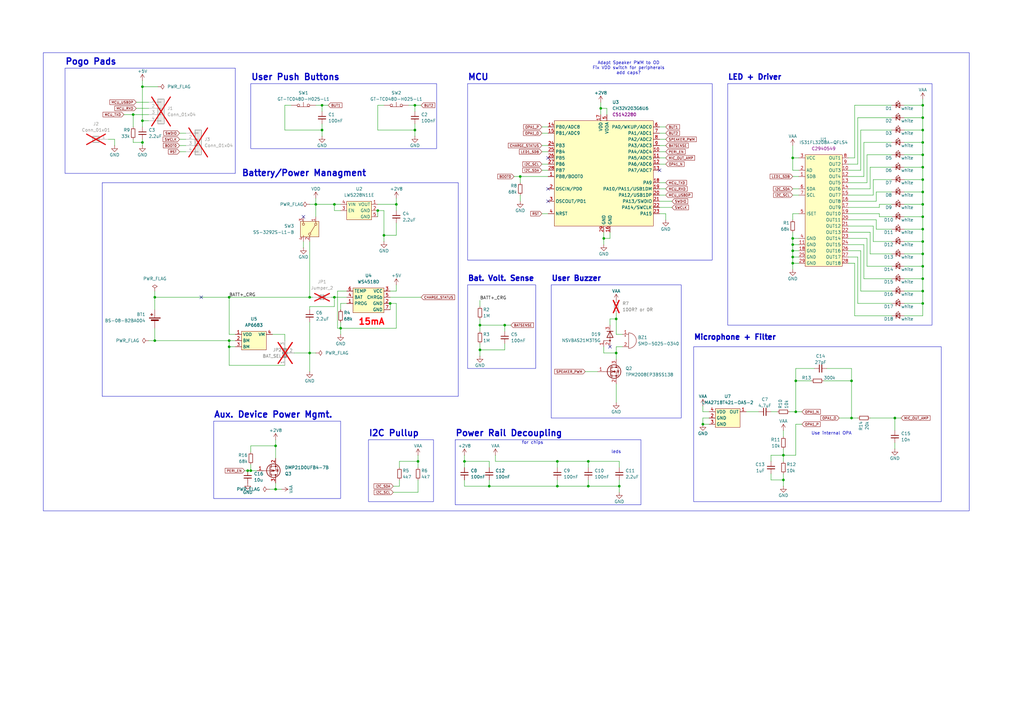
<source format=kicad_sch>
(kicad_sch (version 20231120) (generator "eeschema") (generator_version "8.0")
  (paper "A3")
  (title_block (title "JewelLED/LuxAura Earring") (date "2025-02-09") (rev "0.2") (company "Matthias Nowak @matthiasnowak"))
  (junction (at 58.42 58.42))
  (junction (at 154.94 86.36))
  (junction (at 129.54 83.82))
  (junction (at 113.03 182.88))
  (junction (at 246.38 44.45))
  (junction (at 228.6 189.23))
  (junction (at 349.25 156.21))
  (junction (at 63.5 121.92))
  (junction (at 378.46 104.14))
  (junction (at 378.46 53.34))
  (junction (at 127 144.78))
  (junction (at 378.46 119.38))
  (junction (at 378.46 63.5))
  (junction (at 63.5 139.7))
  (junction (at 252.73 144.78))
  (junction (at 378.46 68.58))
  (junction (at 326.39 168.91))
  (junction (at 171.45 189.23))
  (junction (at 102.87 193.04))
  (junction (at 58.42 35.56))
  (junction (at 170.18 43.18))
  (junction (at 93.98 142.24))
  (junction (at 378.46 88.9))
  (junction (at 378.46 43.18))
  (junction (at 288.29 173.99))
  (junction (at 378.46 124.46))
  (junction (at 93.98 121.92))
  (junction (at 241.3 189.23))
  (junction (at 241.3 199.39))
  (junction (at 127 121.92))
  (junction (at 325.12 107.95))
  (junction (at 137.16 121.92))
  (junction (at 325.12 102.87))
  (junction (at 378.46 114.3))
  (junction (at 196.85 143.51))
  (junction (at 349.25 171.45))
  (junction (at 113.03 200.66))
  (junction (at 367.03 171.45))
  (junction (at 378.46 99.06))
  (junction (at 200.66 199.39))
  (junction (at 378.46 78.74))
  (junction (at 325.12 105.41))
  (junction (at 325.12 64.77))
  (junction (at 160.02 124.46))
  (junction (at 170.18 53.34))
  (junction (at 132.08 43.18))
  (junction (at 378.46 109.22))
  (junction (at 132.08 53.34))
  (junction (at 378.46 93.98))
  (junction (at 196.85 133.35))
  (junction (at 378.46 58.42))
  (junction (at 207.01 133.35))
  (junction (at 326.39 156.21))
  (junction (at 190.5 189.23))
  (junction (at 58.42 49.53))
  (junction (at 321.31 186.69))
  (junction (at 228.6 199.39))
  (junction (at 139.7 134.62))
  (junction (at 247.65 97.79))
  (junction (at 254 199.39))
  (junction (at 325.12 97.79))
  (junction (at 321.31 196.85))
  (junction (at 137.16 83.82))
  (junction (at 325.12 100.33))
  (junction (at 101.6 193.04))
  (junction (at 378.46 83.82))
  (junction (at 157.48 96.52))
  (junction (at 54.61 46.99))
  (junction (at 378.46 73.66))
  (junction (at 93.98 139.7))
  (junction (at 378.46 48.26))
  (junction (at 252.73 130.81))
  (junction (at 213.36 72.39))
  (junction (at 162.56 83.82))
  (no_connect (at 270.51 69.85))
  (no_connect (at 82.55 121.92))
  (no_connect (at 124.46 88.9))
  (no_connect (at 250.19 142.24))
  (no_connect (at 224.79 77.47))
  (no_connect (at 224.79 64.77))
  (no_connect (at 224.79 82.55))
  (wire (pts (xy 93.98 142.24) (xy 93.98 139.7)))
  (wire (pts (xy 76.2 54.61) (xy 73.66 54.61)))
  (wire (pts (xy 365.76 93.98) (xy 359.41 93.98)))
  (wire (pts (xy 347.98 72.39) (xy 354.33 72.39)))
  (wire (pts (xy 55.88 44.45) (xy 60.96 44.45)))
  (wire (pts (xy 370.84 99.06) (xy 378.46 99.06)))
  (wire (pts (xy 325.12 90.17) (xy 325.12 87.63)))
  (wire (pts (xy 127 125.73) (xy 127 127)))
  (wire (pts (xy 203.2 186.69) (xy 203.2 189.23)))
  (wire (pts (xy 132.08 50.8) (xy 132.08 53.34)))
  (wire (pts (xy 224.79 59.69) (xy 222.25 59.69)))
  (wire (pts (xy 93.98 142.24) (xy 96.52 142.24)))
  (wire (pts (xy 63.5 121.92) (xy 93.98 121.92)))
  (wire (pts (xy 378.46 109.22) (xy 378.46 114.3)))
  (wire (pts (xy 367.03 181.61) (xy 367.03 184.15)))
  (wire (pts (xy 350.52 43.18) (xy 350.52 64.77)))
  (wire (pts (xy 270.51 77.47) (xy 273.05 77.47)))
  (wire (pts (xy 138.43 134.62) (xy 138.43 119.38)))
  (wire (pts (xy 113.03 200.66) (xy 113.03 198.12)))
  (wire (pts (xy 246.38 44.45) (xy 248.92 44.45)))
  (wire (pts (xy 93.98 121.92) (xy 127 121.92)))
  (wire (pts (xy 321.31 194.31) (xy 321.31 196.85)))
  (wire (pts (xy 270.51 62.23) (xy 273.05 62.23)))
  (wire (pts (xy 370.84 63.5) (xy 378.46 63.5)))
  (wire (pts (xy 349.25 171.45) (xy 349.25 156.21)))
  (wire (pts (xy 378.46 48.26) (xy 378.46 53.34)))
  (wire (pts (xy 207.01 135.89) (xy 207.01 133.35)))
  (wire (pts (xy 370.84 83.82) (xy 378.46 83.82)))
  (wire (pts (xy 359.41 93.98) (xy 359.41 90.17)))
  (wire (pts (xy 316.23 186.69) (xy 321.31 186.69)))
  (wire (pts (xy 160.02 121.92) (xy 172.72 121.92)))
  (wire (pts (xy 378.46 83.82) (xy 378.46 88.9)))
  (wire (pts (xy 207.01 133.35) (xy 209.55 133.35)))
  (wire (pts (xy 347.98 97.79) (xy 355.6 97.79)))
  (wire (pts (xy 171.45 189.23) (xy 171.45 191.77)))
  (wire (pts (xy 93.98 149.86) (xy 93.98 142.24)))
  (wire (pts (xy 127 144.78) (xy 120.65 144.78)))
  (wire (pts (xy 127 121.92) (xy 128.27 121.92)))
  (wire (pts (xy 241.3 199.39) (xy 254 199.39)))
  (wire (pts (xy 349.25 156.21) (xy 337.82 156.21)))
  (wire (pts (xy 63.5 139.7) (xy 93.98 139.7)))
  (wire (pts (xy 270.51 87.63) (xy 273.05 87.63)))
  (wire (pts (xy 115.57 200.66) (xy 113.03 200.66)))
  (wire (pts (xy 270.51 59.69) (xy 273.05 59.69)))
  (wire (pts (xy 190.5 199.39) (xy 200.66 199.39)))
  (wire (pts (xy 162.56 86.36) (xy 162.56 83.82)))
  (wire (pts (xy 365.76 129.54) (xy 350.52 129.54)))
  (wire (pts (xy 63.5 134.62) (xy 63.5 139.7)))
  (wire (pts (xy 73.66 59.69) (xy 76.2 59.69)))
  (wire (pts (xy 250.19 130.81) (xy 252.73 130.81)))
  (wire (pts (xy 73.66 62.23) (xy 76.2 62.23)))
  (wire (pts (xy 228.6 189.23) (xy 241.3 189.23)))
  (wire (pts (xy 321.31 196.85) (xy 321.31 199.39)))
  (wire (pts (xy 316.23 189.23) (xy 316.23 186.69)))
  (wire (pts (xy 370.84 109.22) (xy 378.46 109.22)))
  (wire (pts (xy 355.6 97.79) (xy 355.6 109.22)))
  (wire (pts (xy 270.51 67.31) (xy 273.05 67.31)))
  (wire (pts (xy 360.68 85.09) (xy 360.68 83.82)))
  (wire (pts (xy 254 189.23) (xy 254 191.77)))
  (wire (pts (xy 154.94 86.36) (xy 154.94 88.9)))
  (wire (pts (xy 162.56 124.46) (xy 160.02 124.46)))
  (wire (pts (xy 378.46 43.18) (xy 378.46 48.26)))
  (wire (pts (xy 124.46 99.06) (xy 124.46 101.6)))
  (wire (pts (xy 137.16 125.73) (xy 127 125.73)))
  (wire (pts (xy 162.56 119.38) (xy 160.02 119.38)))
  (wire (pts (xy 200.66 199.39) (xy 228.6 199.39)))
  (wire (pts (xy 162.56 96.52) (xy 162.56 91.44)))
  (wire (pts (xy 325.12 110.49) (xy 325.12 107.95)))
  (wire (pts (xy 353.06 69.85) (xy 353.06 53.34)))
  (wire (pts (xy 58.42 52.07) (xy 58.42 49.53)))
  (wire (pts (xy 132.08 43.18) (xy 134.62 43.18)))
  (wire (pts (xy 157.48 96.52) (xy 162.56 96.52)))
  (wire (pts (xy 365.76 43.18) (xy 350.52 43.18)))
  (wire (pts (xy 326.39 151.13) (xy 326.39 156.21)))
  (wire (pts (xy 354.33 114.3) (xy 354.33 100.33)))
  (wire (pts (xy 58.42 58.42) (xy 58.42 59.69)))
  (wire (pts (xy 321.31 186.69) (xy 321.31 189.23)))
  (wire (pts (xy 162.56 83.82) (xy 154.94 83.82)))
  (wire (pts (xy 101.6 193.04) (xy 102.87 193.04)))
  (wire (pts (xy 365.76 73.66) (xy 358.14 73.66)))
  (wire (pts (xy 102.87 182.88) (xy 113.03 182.88)))
  (wire (pts (xy 378.46 93.98) (xy 378.46 99.06)))
  (wire (pts (xy 325.12 102.87) (xy 325.12 100.33)))
  (wire (pts (xy 378.46 119.38) (xy 378.46 124.46)))
  (wire (pts (xy 127 132.08) (xy 127 144.78)))
  (wire (pts (xy 355.6 109.22) (xy 365.76 109.22)))
  (wire (pts (xy 365.76 104.14) (xy 356.87 104.14)))
  (wire (pts (xy 46.99 57.15) (xy 44.45 57.15)))
  (wire (pts (xy 356.87 68.58) (xy 365.76 68.58)))
  (wire (pts (xy 349.25 171.45) (xy 351.79 171.45)))
  (wire (pts (xy 127 83.82) (xy 129.54 83.82)))
  (wire (pts (xy 323.85 168.91) (xy 326.39 168.91)))
  (wire (pts (xy 351.79 105.41) (xy 351.79 124.46)))
  (wire (pts (xy 247.65 95.25) (xy 247.65 97.79)))
  (wire (pts (xy 93.98 139.7) (xy 96.52 139.7)))
  (wire (pts (xy 270.51 52.07) (xy 273.05 52.07)))
  (wire (pts (xy 222.25 87.63) (xy 224.79 87.63)))
  (wire (pts (xy 210.82 72.39) (xy 213.36 72.39)))
  (wire (pts (xy 378.46 114.3) (xy 378.46 119.38)))
  (wire (pts (xy 96.52 137.16) (xy 93.98 137.16)))
  (wire (pts (xy 207.01 143.51) (xy 207.01 140.97)))
  (wire (pts (xy 252.73 144.78) (xy 252.73 147.32)))
  (wire (pts (xy 358.14 80.01) (xy 347.98 80.01)))
  (wire (pts (xy 354.33 58.42) (xy 365.76 58.42)))
  (wire (pts (xy 135.89 121.92) (xy 137.16 121.92)))
  (wire (pts (xy 157.48 86.36) (xy 154.94 86.36)))
  (wire (pts (xy 137.16 83.82) (xy 137.16 86.36)))
  (wire (pts (xy 325.12 97.79) (xy 327.66 97.79)))
  (wire (pts (xy 50.8 46.99) (xy 54.61 46.99)))
  (wire (pts (xy 63.5 119.38) (xy 63.5 121.92)))
  (wire (pts (xy 370.84 93.98) (xy 378.46 93.98)))
  (wire (pts (xy 356.87 104.14) (xy 356.87 95.25)))
  (wire (pts (xy 270.51 74.93) (xy 273.05 74.93)))
  (wire (pts (xy 100.33 193.04) (xy 101.6 193.04)))
  (wire (pts (xy 358.14 73.66) (xy 358.14 80.01)))
  (wire (pts (xy 378.46 40.64) (xy 378.46 43.18)))
  (wire (pts (xy 351.79 48.26) (xy 365.76 48.26)))
  (wire (pts (xy 360.68 83.82) (xy 365.76 83.82)))
  (wire (pts (xy 326.39 186.69) (xy 326.39 173.99)))
  (wire (pts (xy 102.87 185.42) (xy 102.87 182.88)))
  (wire (pts (xy 154.94 53.34) (xy 170.18 53.34)))
  (wire (pts (xy 270.51 54.61) (xy 273.05 54.61)))
  (wire (pts (xy 378.46 99.06) (xy 378.46 104.14)))
  (wire (pts (xy 157.48 43.18) (xy 154.94 43.18)))
  (wire (pts (xy 190.5 186.69) (xy 190.5 189.23)))
  (wire (pts (xy 367.03 171.45) (xy 369.57 171.45)))
  (wire (pts (xy 60.96 139.7) (xy 63.5 139.7)))
  (wire (pts (xy 359.41 82.55) (xy 359.41 78.74)))
  (wire (pts (xy 93.98 149.86) (xy 116.84 149.86)))
  (wire (pts (xy 129.54 43.18) (xy 132.08 43.18)))
  (wire (pts (xy 378.46 53.34) (xy 378.46 58.42)))
  (wire (pts (xy 359.41 90.17) (xy 347.98 90.17)))
  (wire (pts (xy 316.23 196.85) (xy 316.23 194.31)))
  (wire (pts (xy 350.52 107.95) (xy 347.98 107.95)))
  (wire (pts (xy 347.98 67.31) (xy 351.79 67.31)))
  (wire (pts (xy 252.73 157.48) (xy 252.73 165.1)))
  (wire (pts (xy 370.84 48.26) (xy 378.46 48.26)))
  (wire (pts (xy 241.3 189.23) (xy 241.3 191.77)))
  (wire (pts (xy 347.98 87.63) (xy 360.68 87.63)))
  (wire (pts (xy 378.46 104.14) (xy 378.46 109.22)))
  (wire (pts (xy 200.66 189.23) (xy 190.5 189.23)))
  (wire (pts (xy 160.02 124.46) (xy 160.02 127)))
  (wire (pts (xy 154.94 43.18) (xy 154.94 53.34)))
  (wire (pts (xy 129.54 144.78) (xy 127 144.78)))
  (wire (pts (xy 273.05 87.63) (xy 273.05 90.17)))
  (wire (pts (xy 171.45 189.23) (xy 163.83 189.23)))
  (wire (pts (xy 270.51 80.01) (xy 273.05 80.01)))
  (wire (pts (xy 347.98 82.55) (xy 359.41 82.55)))
  (wire (pts (xy 113.03 182.88) (xy 113.03 187.96)))
  (wire (pts (xy 58.42 35.56) (xy 64.77 35.56)))
  (wire (pts (xy 157.48 96.52) (xy 157.48 86.36)))
  (wire (pts (xy 370.84 58.42) (xy 378.46 58.42)))
  (wire (pts (xy 370.84 88.9) (xy 378.46 88.9)))
  (wire (pts (xy 241.3 196.85) (xy 241.3 199.39)))
  (wire (pts (xy 325.12 100.33) (xy 325.12 97.79)))
  (wire (pts (xy 129.54 81.28) (xy 129.54 83.82)))
  (wire (pts (xy 163.83 189.23) (xy 163.83 191.77)))
  (wire (pts (xy 327.66 69.85) (xy 325.12 69.85)))
  (wire (pts (xy 228.6 199.39) (xy 241.3 199.39)))
  (wire (pts (xy 370.84 119.38) (xy 378.46 119.38)))
  (wire (pts (xy 139.7 127) (xy 139.7 124.46)))
  (wire (pts (xy 370.84 124.46) (xy 378.46 124.46)))
  (wire (pts (xy 190.5 189.23) (xy 190.5 191.77)))
  (wire (pts (xy 321.31 176.53) (xy 321.31 179.07)))
  (wire (pts (xy 116.84 53.34) (xy 132.08 53.34)))
  (wire (pts (xy 252.73 144.78) (xy 252.73 142.24)))
  (wire (pts (xy 325.12 59.69) (xy 325.12 64.77)))
  (wire (pts (xy 353.06 53.34) (xy 365.76 53.34)))
  (wire (pts (xy 171.45 201.93) (xy 171.45 196.85)))
  (wire (pts (xy 325.12 105.41) (xy 325.12 102.87)))
  (wire (pts (xy 353.06 102.87) (xy 353.06 119.38)))
  (wire (pts (xy 196.85 143.51) (xy 196.85 146.05)))
  (wire (pts (xy 58.42 33.02) (xy 58.42 35.56)))
  (wire (pts (xy 325.12 87.63) (xy 327.66 87.63)))
  (wire (pts (xy 157.48 99.06) (xy 157.48 96.52)))
  (wire (pts (xy 213.36 72.39) (xy 213.36 74.93)))
  (wire (pts (xy 139.7 132.08) (xy 139.7 134.62)))
  (wire (pts (xy 325.12 72.39) (xy 327.66 72.39)))
  (wire (pts (xy 139.7 83.82) (xy 137.16 83.82)))
  (wire (pts (xy 347.98 77.47) (xy 356.87 77.47)))
  (wire (pts (xy 58.42 35.56) (xy 58.42 49.53)))
  (wire (pts (xy 241.3 189.23) (xy 254 189.23)))
  (wire (pts (xy 332.74 156.21) (xy 326.39 156.21)))
  (wire (pts (xy 347.98 102.87) (xy 353.06 102.87)))
  (wire (pts (xy 252.73 130.81) (xy 252.73 137.16)))
  (wire (pts (xy 325.12 107.95) (xy 327.66 107.95)))
  (wire (pts (xy 359.41 78.74) (xy 365.76 78.74)))
  (wire (pts (xy 365.76 114.3) (xy 354.33 114.3)))
  (wire (pts (xy 54.61 57.15) (xy 54.61 58.42)))
  (wire (pts (xy 139.7 134.62) (xy 162.56 134.62)))
  (wire (pts (xy 334.01 151.13) (xy 326.39 151.13)))
  (wire (pts (xy 347.98 92.71) (xy 358.14 92.71)))
  (wire (pts (xy 360.68 87.63) (xy 360.68 88.9)))
  (wire (pts (xy 162.56 81.28) (xy 162.56 83.82)))
  (wire (pts (xy 270.51 85.09) (xy 275.59 85.09)))
  (wire (pts (xy 360.68 88.9) (xy 365.76 88.9)))
  (wire (pts (xy 356.87 77.47) (xy 356.87 68.58)))
  (wire (pts (xy 356.87 95.25) (xy 347.98 95.25)))
  (wire (pts (xy 350.52 64.77) (xy 347.98 64.77)))
  (wire (pts (xy 203.2 189.23) (xy 228.6 189.23)))
  (wire (pts (xy 351.79 124.46) (xy 365.76 124.46)))
  (wire (pts (xy 325.12 95.25) (xy 325.12 97.79)))
  (wire (pts (xy 213.36 72.39) (xy 224.79 72.39)))
  (wire (pts (xy 127 144.78) (xy 127 152.4)))
  (wire (pts (xy 252.73 128.27) (xy 252.73 130.81)))
  (wire (pts (xy 161.29 199.39) (xy 163.83 199.39)))
  (wire (pts (xy 246.38 44.45) (xy 246.38 46.99)))
  (wire (pts (xy 358.14 92.71) (xy 358.14 99.06)))
  (wire (pts (xy 170.18 43.18) (xy 170.18 45.72)))
  (wire (pts (xy 351.79 67.31) (xy 351.79 48.26)))
  (wire (pts (xy 119.38 43.18) (xy 116.84 43.18)))
  (wire (pts (xy 378.46 78.74) (xy 378.46 83.82)))
  (wire (pts (xy 306.07 168.91) (xy 311.15 168.91)))
  (wire (pts (xy 378.46 63.5) (xy 378.46 68.58)))
  (wire (pts (xy 321.31 186.69) (xy 326.39 186.69)))
  (wire (pts (xy 58.42 57.15) (xy 58.42 58.42)))
  (wire (pts (xy 196.85 140.97) (xy 196.85 143.51)))
  (wire (pts (xy 321.31 196.85) (xy 316.23 196.85)))
  (wire (pts (xy 162.56 134.62) (xy 162.56 124.46)))
  (wire (pts (xy 270.51 64.77) (xy 273.05 64.77)))
  (wire (pts (xy 132.08 43.18) (xy 132.08 45.72)))
  (wire (pts (xy 250.19 133.35) (xy 250.19 130.81)))
  (wire (pts (xy 213.36 80.01) (xy 213.36 82.55)))
  (wire (pts (xy 161.29 201.93) (xy 171.45 201.93)))
  (wire (pts (xy 102.87 193.04) (xy 105.41 193.04)))
  (wire (pts (xy 321.31 184.15) (xy 321.31 186.69)))
  (wire (pts (xy 325.12 107.95) (xy 325.12 105.41)))
  (wire (pts (xy 354.33 100.33) (xy 347.98 100.33)))
  (wire (pts (xy 247.65 97.79) (xy 250.19 97.79)))
  (wire (pts (xy 196.85 130.81) (xy 196.85 133.35)))
  (wire (pts (xy 370.84 78.74) (xy 378.46 78.74)))
  (wire (pts (xy 132.08 53.34) (xy 132.08 55.88)))
  (wire (pts (xy 113.03 180.34) (xy 113.03 182.88)))
  (wire (pts (xy 137.16 121.92) (xy 137.16 125.73)))
  (wire (pts (xy 325.12 80.01) (xy 327.66 80.01)))
  (wire (pts (xy 54.61 46.99) (xy 60.96 46.99)))
  (wire (pts (xy 196.85 123.19) (xy 196.85 125.73)))
  (wire (pts (xy 139.7 134.62) (xy 138.43 134.62)))
  (wire (pts (xy 54.61 58.42) (xy 58.42 58.42)))
  (wire (pts (xy 367.03 176.53) (xy 367.03 171.45)))
  (wire (pts (xy 349.25 151.13) (xy 349.25 156.21)))
  (wire (pts (xy 247.65 142.24) (xy 247.65 144.78)))
  (wire (pts (xy 190.5 196.85) (xy 190.5 199.39)))
  (wire (pts (xy 325.12 64.77) (xy 327.66 64.77)))
  (wire (pts (xy 355.6 74.93) (xy 355.6 63.5)))
  (wire (pts (xy 325.12 69.85) (xy 325.12 64.77)))
  (wire (pts (xy 171.45 186.69) (xy 171.45 189.23)))
  (wire (pts (xy 350.52 129.54) (xy 350.52 107.95)))
  (wire (pts (xy 347.98 74.93) (xy 355.6 74.93)))
  (wire (pts (xy 247.65 144.78) (xy 252.73 144.78)))
  (wire (pts (xy 325.12 77.47) (xy 327.66 77.47)))
  (wire (pts (xy 222.25 62.23) (xy 224.79 62.23)))
  (wire (pts (xy 163.83 199.39) (xy 163.83 196.85)))
  (wire (pts (xy 138.43 119.38) (xy 142.24 119.38)))
  (wire (pts (xy 370.84 68.58) (xy 378.46 68.58)))
  (wire (pts (xy 246.38 41.91) (xy 246.38 44.45)))
  (wire (pts (xy 102.87 190.5) (xy 102.87 193.04)))
  (wire (pts (xy 248.92 44.45) (xy 248.92 46.99)))
  (wire (pts (xy 347.98 105.41) (xy 351.79 105.41)))
  (wire (pts (xy 162.56 116.84) (xy 162.56 119.38)))
  (wire (pts (xy 111.76 137.16) (xy 116.84 137.16)))
  (wire (pts (xy 222.25 54.61) (xy 224.79 54.61)))
  (wire (pts (xy 54.61 46.99) (xy 54.61 52.07)))
  (wire (pts (xy 252.73 142.24) (xy 255.27 142.24)))
  (wire (pts (xy 129.54 83.82) (xy 129.54 88.9)))
  (wire (pts (xy 200.66 191.77) (xy 200.66 189.23)))
  (wire (pts (xy 196.85 133.35) (xy 207.01 133.35)))
  (wire (pts (xy 170.18 43.18) (xy 172.72 43.18)))
  (wire (pts (xy 370.84 104.14) (xy 378.46 104.14)))
  (wire (pts (xy 370.84 53.34) (xy 378.46 53.34)))
  (wire (pts (xy 326.39 168.91) (xy 328.93 168.91)))
  (wire (pts (xy 222.25 69.85) (xy 224.79 69.85)))
  (wire (pts (xy 326.39 173.99) (xy 328.93 173.99)))
  (wire (pts (xy 347.98 85.09) (xy 360.68 85.09)))
  (wire (pts (xy 240.03 152.4) (xy 245.11 152.4)))
  (wire (pts (xy 167.64 43.18) (xy 170.18 43.18)))
  (wire (pts (xy 270.51 57.15) (xy 273.05 57.15)))
  (wire (pts (xy 378.46 124.46) (xy 378.46 129.54)))
  (wire (pts (xy 170.18 53.34) (xy 170.18 55.88)))
  (wire (pts (xy 228.6 199.39) (xy 228.6 196.85)))
  (wire (pts (xy 356.87 171.45) (xy 367.03 171.45)))
  (wire (pts (xy 137.16 121.92) (xy 142.24 121.92)))
  (wire (pts (xy 288.29 171.45) (xy 290.83 171.45)))
  (wire (pts (xy 255.27 137.16) (xy 252.73 137.16)))
  (wire (pts (xy 344.17 171.45) (xy 349.25 171.45)))
  (wire (pts (xy 325.12 100.33) (xy 327.66 100.33)))
  (wire (pts (xy 93.98 121.92) (xy 93.98 137.16)))
  (wire (pts (xy 196.85 143.51) (xy 207.01 143.51)))
  (wire (pts (xy 139.7 124.46) (xy 142.24 124.46)))
  (wire (pts (xy 288.29 166.37) (xy 288.29 168.91)))
  (wire (pts (xy 325.12 102.87) (xy 327.66 102.87)))
  (wire (pts (xy 247.65 97.79) (xy 247.65 100.33)))
  (wire (pts (xy 222.25 67.31) (xy 224.79 67.31)))
  (wire (pts (xy 137.16 83.82) (xy 129.54 83.82)))
  (wire (pts (xy 46.99 59.69) (xy 46.99 57.15)))
  (wire (pts (xy 110.49 200.66) (xy 113.03 200.66)))
  (wire (pts (xy 196.85 133.35) (xy 196.85 135.89)))
  (wire (pts (xy 370.84 43.18) (xy 378.46 43.18)))
  (wire (pts (xy 347.98 69.85) (xy 353.06 69.85)))
  (wire (pts (xy 370.84 114.3) (xy 378.46 114.3)))
  (wire (pts (xy 228.6 189.23) (xy 228.6 191.77)))
  (wire (pts (xy 326.39 156.21) (xy 326.39 168.91)))
  (wire (pts (xy 355.6 63.5) (xy 365.76 63.5)))
  (wire (pts (xy 73.66 57.15) (xy 76.2 57.15)))
  (wire (pts (xy 222.25 52.07) (xy 224.79 52.07)))
  (wire (pts (xy 127 99.06) (xy 127 121.92)))
  (wire (pts (xy 378.46 73.66) (xy 378.46 78.74)))
  (wire (pts (xy 254 199.39) (xy 254 201.93)))
  (wire (pts (xy 353.06 119.38) (xy 365.76 119.38)))
  (wire (pts (xy 63.5 121.92) (xy 63.5 127)))
  (wire (pts (xy 170.18 50.8) (xy 170.18 53.34)))
  (wire (pts (xy 288.29 168.91) (xy 290.83 168.91)))
  (wire (pts (xy 316.23 168.91) (xy 318.77 168.91)))
  (wire (pts (xy 250.19 97.79) (xy 250.19 95.25)))
  (wire (pts (xy 288.29 173.99) (xy 288.29 171.45)))
  (wire (pts (xy 270.51 82.55) (xy 275.59 82.55)))
  (wire (pts (xy 378.46 58.42) (xy 378.46 63.5)))
  (wire (pts (xy 55.88 41.91) (xy 60.96 41.91)))
  (wire (pts (xy 378.46 129.54) (xy 370.84 129.54)))
  (wire (pts (xy 325.12 105.41) (xy 327.66 105.41)))
  (wire (pts (xy 370.84 73.66) (xy 378.46 73.66)))
  (wire (pts (xy 137.16 86.36) (xy 139.7 86.36)))
  (wire (pts (xy 358.14 99.06) (xy 365.76 99.06)))
  (wire (pts (xy 378.46 68.58) (xy 378.46 73.66)))
  (wire (pts (xy 354.33 72.39) (xy 354.33 58.42)))
  (wire (pts (xy 139.7 134.62) (xy 139.7 137.16)))
  (wire (pts (xy 288.29 173.99) (xy 290.83 173.99)))
  (wire (pts (xy 116.84 137.16) (xy 116.84 139.7)))
  (wire (pts (xy 200.66 196.85) (xy 200.66 199.39)))
  (wire (pts (xy 378.46 88.9) (xy 378.46 93.98)))
  (wire (pts (xy 116.84 43.18) (xy 116.84 53.34)))
  (wire (pts (xy 254 199.39) (xy 254 196.85)))
  (wire (pts (xy 339.09 151.13) (xy 349.25 151.13)))
  (wire (pts (xy 58.42 49.53) (xy 60.96 49.53)))
  (rectangle (start 226.06 116.84) (end 279.4 171.45))
  (rectangle (start 191.77 116.84) (end 219.71 151.13))
  (rectangle (start 102.87 34.29) (end 179.07 60.96))
  (rectangle (start 284.48 142.24) (end 386.08 205.74))
  (rectangle (start 298.45 34.29) (end 382.27 133.35))
  (rectangle (start 26.67 27.94) (end 96.52 71.12))
  (rectangle (start 151.13 180.34) (end 177.8 205.74))
  (rectangle (start 191.77 34.29) (end 292.1 106.68))
  (rectangle (start 41.91 74.93) (end 187.96 162.56))
  (rectangle (start 186.69 180.34) (end 262.89 207.01))
  (rectangle (start 87.63 172.72) (end 139.7 204.47))
  (rectangle (start 17.78 21.59) (end 397.51 209.55))
  (text "leds" (at 252.73 185.42 0) (effects (font (size 1.27 1.27))))
  (text "User Push Buttons\n" (at 102.87 31.75 0) (effects (font (size 2.54 2.54) (thickness 0.508) (bold yes)) (justify left)))
  (text "Use internal OPA" (at 332.74 177.8 0) (effects (font (size 1.27 1.27) (thickness 0.1588)) (justify left)))
  (text "Microphone + Filter" (at 284.48 138.43 0) (effects (font (size 2.2 2.2) (thickness 0.508) (bold yes)) (justify left)))
  (text "MCU" (at 191.77 31.75 0) (effects (font (size 2.54 2.54) (thickness 0.508) (bold yes)) (justify left)))
  (text "User Buzzer" (at 226.06 114.3 0) (effects (font (size 2.2 2.2) (thickness 0.508) (bold yes)) (justify left)))
  (text "Pogo Pads" (at 26.67 25.4 0) (effects (font (size 2.54 2.54) (thickness 0.508) (bold yes)) (justify left)))
  (text "Battery/Power Managment" (at 99.06 71.12 0) (effects (font (size 2.54 2.54) (thickness 0.508) (bold yes)) (justify left)))
  (text "15mA\n" (at 152.4 132.08 0) (effects (font (size 2.54 2.54) (thickness 0.508) (bold yes))))
  (text "Adapt Speaker PWM to OD\nFix VDD switch for peripherals\nadd caps?" (at 257.81 27.94 0) (effects (font (size 1.27 1.27))))
  (text "LED + Driver" (at 298.45 31.75 0) (effects (font (size 2.2 2.2) (thickness 0.508) (bold yes)) (justify left)))
  (text "Power Rail Decoupling" (at 186.69 177.8 0) (effects (font (size 2.54 2.54) (thickness 0.508) (bold yes)) (justify left)))
  (text "Aux. Device Power Mgmt." (at 87.63 170.18 0) (effects (font (size 2.54 2.54) (thickness 0.508) (bold yes)) (justify left)))
  (text "I2C Pullup" (at 151.13 177.8 0) (effects (font (size 2.54 2.54) (thickness 0.508) (bold yes)) (justify left)))
  (text "for chips" (at 218.44 181.61 0) (effects (font (size 1.27 1.27))))
  (text "Bat. Volt. Sense" (at 191.77 114.3 0) (effects (font (size 2.2 2.2) (thickness 0.508) (bold yes)) (justify left)))
  (label "BATT+_CRG" (at 196.85 123.19 0))
  (label "BATT+_CRG" (at 93.98 121.92 0))
  (global_label "OPA1_N" (shape input) (at 273.05 67.31 0) (effects (font (size 1 1))) (property "Intersheetrefs" "${INTERSHEET_REFS}" (effects (hide yes))))
  (global_label "I2C_SDA" (shape input) (at 222.25 69.85 180) (effects (font (size 1 1))) (property "Intersheetrefs" "${INTERSHEET_REFS}" (effects (hide yes))))
  (global_label "SWCLK" (shape input) (at 275.59 85.09 0) (effects (font (size 1 1))) (property "Intersheetrefs" "${INTERSHEET_REFS}" (effects (hide yes))))
  (global_label "OPA1_N" (shape input) (at 328.93 168.91 0) (effects (font (size 1 1))) (property "Intersheetrefs" "${INTERSHEET_REFS}" (effects (hide yes))))
  (global_label "LED1_SDB" (shape input) (at 222.25 62.23 180) (effects (font (size 1 1))) (property "Intersheetrefs" "${INTERSHEET_REFS}" (effects (hide yes))))
  (global_label "MIC_OUT_AMP" (shape input) (at 273.05 64.77 0) (effects (font (size 1 1))) (property "Intersheetrefs" "${INTERSHEET_REFS}" (effects (hide yes))))
  (global_label "SWDIO" (shape input) (at 275.59 82.55 0) (effects (font (size 1 1))) (property "Intersheetrefs" "${INTERSHEET_REFS}" (effects (hide yes))))
  (global_label "I2C_SCL" (shape input) (at 325.12 80.01 180) (effects (font (size 1 1))) (property "Intersheetrefs" "${INTERSHEET_REFS}" (effects (hide yes))))
  (global_label "I2C_SCL" (shape input) (at 161.29 201.93 180) (effects (font (size 1 1))) (property "Intersheetrefs" "${INTERSHEET_REFS}" (effects (hide yes))))
  (global_label "OPA1_P" (shape input) (at 222.25 52.07 180) (effects (font (size 1 1))) (property "Intersheetrefs" "${INTERSHEET_REFS}" (effects (hide yes))))
  (global_label "BOOT0" (shape input) (at 73.66 59.69 180) (effects (font (size 1 1))) (property "Intersheetrefs" "${INTERSHEET_REFS}" (effects (hide yes))))
  (global_label "SPEAKER_PWM" (shape input) (at 240.03 152.4 180) (effects (font (size 1 1))) (property "Intersheetrefs" "${INTERSHEET_REFS}" (effects (hide yes))))
  (global_label "BOOT0" (shape input) (at 210.82 72.39 180) (effects (font (size 1 1))) (property "Intersheetrefs" "${INTERSHEET_REFS}" (effects (hide yes))))
  (global_label "BATSENSE" (shape input) (at 273.05 59.69 0) (effects (font (size 1 1))) (property "Intersheetrefs" "${INTERSHEET_REFS}" (effects (hide yes))))
  (global_label "I2C_SDA" (shape input) (at 325.12 77.47 180) (effects (font (size 1 1))) (property "Intersheetrefs" "${INTERSHEET_REFS}" (effects (hide yes))))
  (global_label "PERI_EN" (shape input) (at 273.05 62.23 0) (effects (font (size 1 1))) (property "Intersheetrefs" "${INTERSHEET_REFS}" (effects (hide yes))))
  (global_label "MCU_RXD" (shape input) (at 273.05 77.47 0) (effects (font (size 1 1))) (property "Intersheetrefs" "${INTERSHEET_REFS}" (effects (hide yes))))
  (global_label "SWDIO" (shape input) (at 73.66 54.61 180) (effects (font (size 1 1))) (property "Intersheetrefs" "${INTERSHEET_REFS}" (effects (hide yes))))
  (global_label "BUT1" (shape input) (at 273.05 52.07 0) (effects (font (size 1 1))) (property "Intersheetrefs" "${INTERSHEET_REFS}" (effects (hide yes))))
  (global_label "MCU_RXD" (shape input) (at 55.88 44.45 180) (effects (font (size 1 1))) (property "Intersheetrefs" "${INTERSHEET_REFS}" (effects (hide yes))))
  (global_label "CHARGE_STATUS" (shape input) (at 172.72 121.92 0) (effects (font (size 1 1))) (property "Intersheetrefs" "${INTERSHEET_REFS}" (effects (hide yes))))
  (global_label "I2C_SDA" (shape input) (at 161.29 199.39 180) (effects (font (size 1 1))) (property "Intersheetrefs" "${INTERSHEET_REFS}" (effects (hide yes))))
  (global_label "BUT2" (shape input) (at 273.05 54.61 0) (effects (font (size 1 1))) (property "Intersheetrefs" "${INTERSHEET_REFS}" (effects (hide yes))))
  (global_label "MCU_TXD" (shape input) (at 273.05 74.93 0) (effects (font (size 1 1))) (property "Intersheetrefs" "${INTERSHEET_REFS}" (effects (hide yes))))
  (global_label "MCU_USBDP" (shape input) (at 55.88 41.91 180) (effects (font (size 1 1))) (property "Intersheetrefs" "${INTERSHEET_REFS}" (effects (hide yes))))
  (global_label "MIC_OUT_AMP" (shape input) (at 369.57 171.45 0) (effects (font (size 1 1))) (property "Intersheetrefs" "${INTERSHEET_REFS}" (effects (hide yes))))
  (global_label "BUT1" (shape input) (at 134.62 43.18 0) (effects (font (size 1 1))) (property "Intersheetrefs" "${INTERSHEET_REFS}" (effects (hide yes))))
  (global_label "LED1_SDB" (shape input) (at 325.12 72.39 180) (effects (font (size 1 1))) (property "Intersheetrefs" "${INTERSHEET_REFS}" (effects (hide yes))))
  (global_label "MCU_USBDP" (shape input) (at 273.05 80.01 0) (effects (font (size 1 1))) (property "Intersheetrefs" "${INTERSHEET_REFS}" (effects (hide yes))))
  (global_label "SWCLK" (shape input) (at 73.66 57.15 180) (effects (font (size 1 1))) (property "Intersheetrefs" "${INTERSHEET_REFS}" (effects (hide yes))))
  (global_label "BATSENSE" (shape input) (at 209.55 133.35 0) (effects (font (size 1 1))) (property "Intersheetrefs" "${INTERSHEET_REFS}" (effects (hide yes))))
  (global_label "CHARGE_STATUS" (shape input) (at 222.25 59.69 180) (effects (font (size 1 1))) (property "Intersheetrefs" "${INTERSHEET_REFS}" (effects (hide yes))))
  (global_label "BUT2" (shape input) (at 172.72 43.18 0) (effects (font (size 1 1))) (property "Intersheetrefs" "${INTERSHEET_REFS}" (effects (hide yes))))
  (global_label "I2C_SCL" (shape input) (at 222.25 67.31 180) (effects (font (size 1 1))) (property "Intersheetrefs" "${INTERSHEET_REFS}" (effects (hide yes))))
  (global_label "OPA1_O" (shape input) (at 222.25 54.61 180) (effects (font (size 1 1))) (property "Intersheetrefs" "${INTERSHEET_REFS}" (effects (hide yes))))
  (global_label "RST" (shape input) (at 73.66 62.23 180) (effects (font (size 1 1))) (property "Intersheetrefs" "${INTERSHEET_REFS}" (effects (hide yes))))
  (global_label "MCU_TXD" (shape input) (at 50.8 46.99 180) (effects (font (size 1 1))) (property "Intersheetrefs" "${INTERSHEET_REFS}" (effects (hide yes))))
  (global_label "RST" (shape input) (at 222.25 87.63 180) (effects (font (size 1 1))) (property "Intersheetrefs" "${INTERSHEET_REFS}" (effects (hide yes))))
  (global_label "OPA1_P" (shape input) (at 328.93 173.99 0) (effects (font (size 1 1))) (property "Intersheetrefs" "${INTERSHEET_REFS}" (effects (hide yes))))
  (global_label "OPA1_O" (shape input) (at 344.17 171.45 180) (effects (font (size 1 1))) (property "Intersheetrefs" "${INTERSHEET_REFS}" (effects (hide yes))))
  (global_label "PERI_EN" (shape input) (at 100.33 193.04 180) (effects (font (size 1 1))) (property "Intersheetrefs" "${INTERSHEET_REFS}" (effects (hide yes))))
  (global_label "SPEAKER_PWM" (shape input) (at 273.05 57.15 0) (effects (font (size 1 1))) (property "Intersheetrefs" "${INTERSHEET_REFS}" (effects (hide yes))))
  (symbol (lib_name "LW5228N11E_1") (lib_id "jewelled_lc_symlib:LW5228N11E") (at 147.32 85.09 0) (unit 1)
    (property "Reference" "U2" (at 147.32 77.47 0))
    (property "Value" "LW5228N11E" (at 147.32 80.01 0))
    (property "Footprint" "Package_DFN_QFN:UDFN-4-1EP_1x1mm_P0.65mm_EP0.48x0.48mm" (effects (hide yes)))
    (property "Datasheet" "https://wmsc.lcsc.com/wmsc/upload/file/pdf/v2/lcsc/2403061108_Lewa-Micro-LW5228N11E_C20630428.pdf" (effects (hide yes)))
    (property "Description" "500mA High PSRR LDO With Fast-Start 2.8V DFN4-1x1" (effects (hide yes)))
    (property "LCSC" "C20630428" (effects (hide yes)))
  )
  (symbol (lib_id "power:VAA") (at 378.46 40.64 0) (unit 1)
    (property "Reference" "#PWR01" (effects (hide yes)))
    (property "Value" "VAA" (at 378.46 36.83 0))
    (property "Description" "Power symbol creates a global label with name \"VAA\"" (effects (hide yes)))
  )
  (symbol (lib_id "power:PWR_FLAG") (at 127 83.82 90) (unit 1)
    (property "Reference" "#FLG02" (effects (hide yes)))
    (property "Value" "PWR_FLAG" (at 124.46 83.8199 90) (effects (justify left)))
    (property "Description" "Special symbol for telling ERC where power comes from" (effects (hide yes)))
  )
  (symbol (lib_id "Device:C_Small") (at 207.01 138.43 0) (unit 1)
    (property "Reference" "C5" (at 209.55 137.1662 0) (effects (justify left)))
    (property "Value" "100nF" (at 209.55 139.7062 0) (effects (justify left)))
    (property "Footprint" "Capacitor_SMD:C_0402_1005Metric" (effects (hide yes)))
    (property "Description" "Unpolarized capacitor, small symbol" (effects (hide yes)))
    (property "LCSC" "C100072" (effects (hide yes)))
  )
  (symbol (lib_id "power:GND") (at 46.99 59.69 0) (unit 1)
    (property "Reference" "#PWR013" (effects (hide yes)))
    (property "Value" "GND" (at 46.99 63.5 0))
    (property "Description" "Power symbol creates a global label with name \"GND\" , ground" (effects (hide yes)))
  )
  (symbol (lib_id "Jumper:SolderJumper_3_Open") (at 116.84 144.78 90) (unit 1) (exclude_from_sim yes) (in_bom no) (dnp yes)
    (property "Reference" "JP2" (at 115.57 143.5099 90) (effects (justify left)))
    (property "Value" "BAT_SEL" (at 115.57 146.0499 90) (effects (justify left)))
    (property "Footprint" "jewelled_lc_fplib:SolderJumper-3_P1.3mm_Open_RoundedPad1.0x1.5mm_NoSilk" (effects (hide yes)))
    (property "Description" "Solder Jumper, 3-pole, open" (effects (hide yes)))
  )
  (symbol (lib_id "Device:R_Small") (at 321.31 181.61 0) (mirror y) (unit 1)
    (property "Reference" "R11" (at 320.04 180.34 0) (effects (justify left)))
    (property "Value" "10k" (at 320.04 182.88 0) (effects (justify left)))
    (property "Footprint" "Resistor_SMD:R_0402_1005Metric" (effects (hide yes)))
    (property "Description" "Resistor, small symbol" (effects (hide yes)))
  )
  (symbol (lib_id "power:PWR_FLAG") (at 110.49 200.66 90) (unit 1)
    (property "Reference" "#FLG06" (effects (hide yes)))
    (property "Value" "PWR_FLAG" (at 106.68 200.6599 90) (effects (justify left)))
    (property "Description" "Special symbol for telling ERC where power comes from" (effects (hide yes)))
  )
  (symbol (lib_id "jewelled_lc_symlib:CH32V203G6U6") (at 247.65 71.12 0) (unit 1)
    (property "Reference" "U3" (at 251.1141 41.91 0) (effects (justify left)))
    (property "Value" "CH32V203G6U6" (at 251.1141 44.45 0) (effects (justify left)))
    (property "Footprint" "Package_DFN_QFN:QFN-28-1EP_4x4mm_P0.4mm_EP2.6x2.6mm" (effects (hide yes)))
    (property "Datasheet" "https://akizukidenshi.com/goodsaffix/CH32V203.pdf" (effects (hide yes)))
    (property "Description" "RISC-V QFN28X4 Microcontroller Units (MCUs/MPUs/SOCs) ROHS" (effects (hide yes)))
    (property "MPN" "C5142280" (at 251.1141 46.99 0) (effects (justify left)))
    (property "LCSC" "C5142280" (effects (hide yes)))
  )
  (symbol (lib_id "power:GND") (at 196.85 146.05 0) (unit 1)
    (property "Reference" "#PWR018" (effects (hide yes)))
    (property "Value" "GND" (at 196.85 149.86 0))
    (property "Description" "Power symbol creates a global label with name \"GND\" , ground" (effects (hide yes)))
  )
  (symbol (lib_id "power:PWR_FLAG") (at 63.5 119.38 0) (unit 1)
    (property "Reference" "#FLG03" (effects (hide yes)))
    (property "Value" "PWR_FLAG" (at 63.5 114.3 0))
    (property "Description" "Special symbol for telling ERC where power comes from" (effects (hide yes)))
  )
  (symbol (lib_id "Device:LED_Small") (at 368.3 88.9 0) (unit 1)
    (property "Reference" "D10" (at 364.49 90.17 0))
    (property "Value" "white" (at 372.11 90.17 0))
    (property "Footprint" "LED_SMD:LED_0402_1005Metric" (effects (hide yes)))
    (property "Description" "Light emitting diode, small symbol" (effects (hide yes)))
    (property "LCSC" "C20613596" (effects (hide yes)))
  )
  (symbol (lib_id "Device:LED_Small") (at 368.3 83.82 0) (unit 1)
    (property "Reference" "D9" (at 364.49 85.09 0))
    (property "Value" "white" (at 372.11 85.09 0))
    (property "Footprint" "LED_SMD:LED_0402_1005Metric" (effects (hide yes)))
    (property "Description" "Light emitting diode, small symbol" (effects (hide yes)))
    (property "LCSC" "C20613596" (effects (hide yes)))
  )
  (symbol (lib_id "power:GND") (at 273.05 90.17 0) (unit 1)
    (property "Reference" "#PWR010" (effects (hide yes)))
    (property "Value" "GND" (at 273.05 93.98 0))
    (property "Description" "Power symbol creates a global label with name \"GND\" , ground" (effects (hide yes)))
  )
  (symbol (lib_id "Device:D_AAK") (at 250.19 137.16 90) (mirror x) (unit 1)
    (property "Reference" "D19" (at 246.38 137.0964 90) (effects (justify left)))
    (property "Value" "NSVBAS21M3T5G" (at 246.38 139.6364 90) (effects (justify left)))
    (property "Footprint" "Package_TO_SOT_SMD:SOT-723" (effects (hide yes)))
    (property "Description" "Diode, anode on pins 1 and 2" (effects (hide yes)))
    (property "LCSC" "C896450" (effects (hide yes)))
  )
  (symbol (lib_id "power:GND") (at 157.48 99.06 0) (unit 1)
    (property "Reference" "#PWR014" (effects (hide yes)))
    (property "Value" "GND" (at 157.48 102.87 0))
    (property "Description" "Power symbol creates a global label with name \"GND\" , ground" (effects (hide yes)))
  )
  (symbol (lib_id "power:+5V") (at 162.56 116.84 0) (unit 1)
    (property "Reference" "#PWR019" (effects (hide yes)))
    (property "Value" "+5V" (at 162.56 113.03 0))
    (property "Description" "Power symbol creates a global label with name \"+5V\"" (effects (hide yes)))
  )
  (symbol (lib_id "Device:R_Small") (at 325.12 92.71 0) (mirror y) (unit 1)
    (property "Reference" "R1" (at 323.85 91.44 0) (effects (justify left)))
    (property "Value" "68k" (at 323.85 93.98 0) (effects (justify left)))
    (property "Footprint" "Resistor_SMD:R_0402_1005Metric" (effects (hide yes)))
    (property "Description" "Resistor, small symbol" (effects (hide yes)))
  )
  (symbol (lib_id "Device:C_Small") (at 228.6 194.31 0) (unit 1)
    (property "Reference" "C9" (at 231.14 193.0462 0) (effects (justify left)))
    (property "Value" "100nF" (at 231.14 195.5862 0) (effects (justify left)))
    (property "Footprint" "Capacitor_SMD:C_0402_1005Metric" (effects (hide yes)))
    (property "Description" "Unpolarized capacitor, small symbol" (effects (hide yes)))
    (property "LCSC" "C100072" (effects (hide yes)))
  )
  (symbol (lib_id "Device:R_Small") (at 102.87 187.96 0) (mirror y) (unit 1)
    (property "Reference" "R16" (at 101.6 186.69 0) (effects (justify left)))
    (property "Value" "68k" (at 101.6 189.23 0) (effects (justify left)))
    (property "Footprint" "Resistor_SMD:R_0402_1005Metric" (effects (hide yes)))
    (property "Description" "Resistor, small symbol" (effects (hide yes)))
  )
  (symbol (lib_id "power:VAA") (at 203.2 186.69 0) (unit 1)
    (property "Reference" "#PWR028" (effects (hide yes)))
    (property "Value" "VAA" (at 203.2 182.88 0))
    (property "Description" "Power symbol creates a global label with name \"VAA\"" (effects (hide yes)))
  )
  (symbol (lib_id "jewelled_lc_symlib:SW_SPDT_Case") (at 127 93.98 270) (mirror x) (unit 1)
    (property "Reference" "SW3" (at 120.65 92.7099 90) (effects (justify right)))
    (property "Value" "SS-3292S-L1-B" (at 120.65 95.2499 90) (effects (justify right)))
    (property "Footprint" "jewelled_lc_fplib:SS-3292S-L1-B" (effects (hide yes)))
    (property "Description" "Switch, single pole double throw" (effects (hide yes)))
    (property "LCSC" "C2681570" (effects (hide yes)))
  )
  (symbol (lib_id "power:+2V8") (at 246.38 41.91 0) (unit 1)
    (property "Reference" "#PWR011" (effects (hide yes)))
    (property "Value" "+2V8" (at 246.38 38.1 0))
    (property "Description" "Power symbol creates a global label with name \"+2V8\"" (effects (hide yes)))
  )
  (symbol (lib_id "Device:R_Small") (at 321.31 191.77 0) (unit 1)
    (property "Reference" "R12" (at 322.58 190.5 0) (effects (justify left)))
    (property "Value" "10k" (at 322.58 193.04 0) (effects (justify left)))
    (property "Footprint" "Resistor_SMD:R_0402_1005Metric" (effects (hide yes)))
    (property "Description" "Resistor, small symbol" (effects (hide yes)))
  )
  (symbol (lib_id "power:PWR_FLAG") (at 129.54 144.78 270) (unit 1)
    (property "Reference" "#FLG05" (effects (hide yes)))
    (property "Value" "PWR_FLAG" (at 133.35 144.7799 90) (effects (justify left)))
    (property "Description" "Special symbol for telling ERC where power comes from" (effects (hide yes)))
  )
  (symbol (lib_id "Device:R_Small") (at 196.85 138.43 0) (unit 1)
    (property "Reference" "R3" (at 198.12 137.16 0) (effects (justify left)))
    (property "Value" "1M" (at 198.12 139.7 0) (effects (justify left)))
    (property "Footprint" "Resistor_SMD:R_0402_1005Metric" (effects (hide yes)))
    (property "Description" "Resistor, small symbol" (effects (hide yes)))
    (property "LCSC" "C26083" (effects (hide yes)))
  )
  (symbol (lib_id "Connector_Generic:Conn_01x04") (at 66.04 44.45 0) (unit 1) (dnp yes)
    (property "Reference" "J1" (at 68.58 44.4499 0) (effects (justify left)))
    (property "Value" "Conn_01x04" (at 68.58 46.9899 0) (effects (justify left)))
    (property "Footprint" "jewelled_lc_fplib:pogo_conn_01x03_P2.0mm_angled" (effects (hide yes)))
    (property "Description" "Generic connector, single row, 01x04, script generated (kicad-library-utils/schlib/autogen/connector/)" (effects (hide yes)))
  )
  (symbol (lib_id "Device:R_Small") (at 163.83 194.31 0) (unit 1)
    (property "Reference" "R5" (at 165.1 193.04 0) (effects (justify left)))
    (property "Value" "4k7" (at 165.1 195.58 0) (effects (justify left)))
    (property "Footprint" "Resistor_SMD:R_0402_1005Metric" (effects (hide yes)))
    (property "Description" "Resistor, small symbol" (effects (hide yes)))
    (property "LCSC" "C25940" (effects (hide yes)))
  )
  (symbol (lib_id "Device:R_Small") (at 171.45 194.31 0) (unit 1)
    (property "Reference" "R6" (at 172.72 193.04 0) (effects (justify left)))
    (property "Value" "4k7" (at 172.72 195.58 0) (effects (justify left)))
    (property "Footprint" "Resistor_SMD:R_0402_1005Metric" (effects (hide yes)))
    (property "Description" "Resistor, small symbol" (effects (hide yes)))
    (property "LCSC" "C25940" (effects (hide yes)))
  )
  (symbol (lib_id "Device:LED_Small") (at 368.3 53.34 0) (unit 1)
    (property "Reference" "D3" (at 364.49 54.61 0))
    (property "Value" "white" (at 372.11 54.61 0))
    (property "Footprint" "LED_SMD:LED_0402_1005Metric" (effects (hide yes)))
    (property "Description" "Light emitting diode, small symbol" (effects (hide yes)))
    (property "LCSC" "C20613596" (effects (hide yes)))
  )
  (symbol (lib_id "Device:LED_Small") (at 368.3 119.38 0) (unit 1)
    (property "Reference" "D16" (at 364.49 120.65 0))
    (property "Value" "white" (at 372.11 120.65 0))
    (property "Footprint" "LED_SMD:LED_0402_1005Metric" (effects (hide yes)))
    (property "Description" "Light emitting diode, small symbol" (effects (hide yes)))
    (property "LCSC" "C20613596" (effects (hide yes)))
  )
  (symbol (lib_id "Device:LED_Small") (at 368.3 43.18 0) (unit 1)
    (property "Reference" "D1" (at 364.49 44.45 0))
    (property "Value" "white" (at 372.11 44.45 0))
    (property "Footprint" "LED_SMD:LED_0402_1005Metric" (effects (hide yes)))
    (property "Description" "Light emitting diode, small symbol" (effects (hide yes)))
    (property "LCSC" "C20613596" (effects (hide yes)))
  )
  (symbol (lib_id "Device:R_Small") (at 54.61 54.61 0) (mirror y) (unit 1)
    (property "Reference" "R9" (at 53.34 53.34 0) (effects (justify left)))
    (property "Value" "33k" (at 53.34 55.88 0) (effects (justify left)))
    (property "Footprint" "Resistor_SMD:R_0402_1005Metric" (effects (hide yes)))
    (property "Description" "Resistor, small symbol" (effects (hide yes)))
    (property "LCSC" "C25779" (effects (hide yes)))
    (property "MPN" "C25779" (effects (hide yes)))
  )
  (symbol (lib_id "Device:R_Small") (at 321.31 168.91 90) (unit 1)
    (property "Reference" "R10" (at 320.04 167.64 0) (effects (justify left)))
    (property "Value" "10k" (at 322.58 167.64 0) (effects (justify left)))
    (property "Footprint" "Resistor_SMD:R_0402_1005Metric" (effects (hide yes)))
    (property "Description" "Resistor, small symbol" (effects (hide yes)))
  )
  (symbol (lib_id "power:GND") (at 247.65 100.33 0) (unit 1)
    (property "Reference" "#PWR020" (effects (hide yes)))
    (property "Value" "GND" (at 247.65 104.14 0))
    (property "Description" "Power symbol creates a global label with name \"GND\" , ground" (effects (hide yes)))
  )
  (symbol (lib_id "Device:LED_Small") (at 368.3 104.14 0) (unit 1)
    (property "Reference" "D13" (at 364.49 105.41 0))
    (property "Value" "white" (at 372.11 105.41 0))
    (property "Footprint" "LED_SMD:LED_0402_1005Metric" (effects (hide yes)))
    (property "Description" "Light emitting diode, small symbol" (effects (hide yes)))
    (property "LCSC" "C20613596" (effects (hide yes)))
  )
  (symbol (lib_id "Device:R_Small") (at 196.85 128.27 0) (unit 1)
    (property "Reference" "R2" (at 198.12 127 0) (effects (justify left)))
    (property "Value" "1M" (at 198.12 129.54 0) (effects (justify left)))
    (property "Footprint" "Resistor_SMD:R_0402_1005Metric" (effects (hide yes)))
    (property "Description" "Resistor, small symbol" (effects (hide yes)))
    (property "LCSC" "C26083" (effects (hide yes)))
  )
  (symbol (lib_id "Connector_Generic:Conn_01x01") (at 39.37 57.15 180) (unit 1) (dnp yes)
    (property "Reference" "J2" (at 39.37 50.8 0))
    (property "Value" "Conn_01x01" (at 39.37 53.34 0))
    (property "Footprint" "jewelled_lc_fplib:pogo_conn_01x01_P2.0mm" (effects (hide yes)))
    (property "Description" "Generic connector, single row, 01x01, script generated (kicad-library-utils/schlib/autogen/connector/)" (effects (hide yes)))
  )
  (symbol (lib_id "Device:LED_Small") (at 368.3 73.66 0) (unit 1)
    (property "Reference" "D7" (at 364.49 74.93 0))
    (property "Value" "white" (at 372.11 74.93 0))
    (property "Footprint" "LED_SMD:LED_0402_1005Metric" (effects (hide yes)))
    (property "Description" "Light emitting diode, small symbol" (effects (hide yes)))
    (property "LCSC" "C20613596" (effects (hide yes)))
  )
  (symbol (lib_id "power:PWR_FLAG") (at 60.96 139.7 90) (unit 1)
    (property "Reference" "#FLG04" (effects (hide yes)))
    (property "Value" "PWR_FLAG" (at 57.15 139.6999 90) (effects (justify left)))
    (property "Description" "Special symbol for telling ERC where power comes from" (effects (hide yes)))
  )
  (symbol (lib_id "Device:C_Small") (at 254 194.31 0) (unit 1)
    (property "Reference" "C11" (at 256.54 193.0462 0) (effects (justify left)))
    (property "Value" "2.2uF" (at 256.54 195.5862 0) (effects (justify left)))
    (property "Footprint" "Capacitor_SMD:C_0402_1005Metric" (effects (hide yes)))
    (property "Description" "Unpolarized capacitor, small symbol" (effects (hide yes)))
    (property "LCSC" "C14445" (effects (hide yes)))
  )
  (symbol (lib_id "power:GND") (at 325.12 110.49 0) (unit 1)
    (property "Reference" "#PWR09" (effects (hide yes)))
    (property "Value" "GND" (at 325.12 114.3 0))
    (property "Description" "Power symbol creates a global label with name \"GND\" , ground" (effects (hide yes)))
  )
  (symbol (lib_id "Device:C_Small") (at 132.08 48.26 0) (unit 1)
    (property "Reference" "C1" (at 134.62 46.9962 0) (effects (justify left)))
    (property "Value" "100nF" (at 134.62 49.5362 0) (effects (justify left)))
    (property "Footprint" "Capacitor_SMD:C_0402_1005Metric" (effects (hide yes)))
    (property "Description" "Unpolarized capacitor, small symbol" (effects (hide yes)))
    (property "LCSC" "C100072" (effects (hide yes)))
  )
  (symbol (lib_id "power:GND") (at 367.03 184.15 0) (unit 1)
    (property "Reference" "#PWR030" (effects (hide yes)))
    (property "Value" "GND" (at 367.03 187.96 0))
    (property "Description" "Power symbol creates a global label with name \"GND\" , ground" (effects (hide yes)))
  )
  (symbol (lib_id "jewelled_lc_symlib:ZTS6117H") (at 298.45 170.18 0) (unit 1)
    (property "Reference" "U7" (at 298.45 162.56 0))
    (property "Value" "LMA2718T421-OA5-2" (at 298.45 165.1 0))
    (property "Footprint" "jewelled_lc_fplib:ZTS6117H" (effects (hide yes)))
    (property "Datasheet" "https://wmsc.lcsc.com/wmsc/upload/file/pdf/v2/lcsc/2205051816_ZILLTEK-ZTS6117H_C2999748.pdf" (effects (hide yes)))
    (property "Description" "Low Noise Top Port MEMS Microphone" (effects (hide yes)))
    (property "LCSC" "C2999748" (effects (hide yes)))
  )
  (symbol (lib_id "Device:R_Small") (at 335.28 156.21 90) (unit 1)
    (property "Reference" "R13" (at 332.74 154.94 90) (effects (justify left)))
    (property "Value" "300k" (at 337.82 154.94 90) (effects (justify right)))
    (property "Footprint" "Resistor_SMD:R_0402_1005Metric" (effects (hide yes)))
    (property "Description" "Resistor, small symbol" (effects (hide yes)))
  )
  (symbol (lib_id "power:+5V") (at 58.42 33.02 0) (unit 1)
    (property "Reference" "#PWR08" (effects (hide yes)))
    (property "Value" "+5V" (at 58.42 29.21 0))
    (property "Description" "Power symbol creates a global label with name \"+5V\"" (effects (hide yes)))
  )
  (symbol (lib_id "Switch:SW_Push_Open") (at 124.46 43.18 0) (unit 1)
    (property "Reference" "SW1" (at 124.46 38.1 0))
    (property "Value" "GT-TC048D-H025-L1" (at 124.46 40.64 0))
    (property "Footprint" "jewelled_lc_fplib:GT-TC048D-H025-L1" (effects (hide yes)))
    (property "Description" "Push button switch, push-to-open, generic, two pins" (effects (hide yes)))
    (property "LCSC" "C843674" (effects (hide yes)))
  )
  (symbol (lib_id "Device:C_Small") (at 316.23 191.77 0) (mirror y) (unit 1)
    (property "Reference" "C13" (at 313.69 190.5062 0) (effects (justify left)))
    (property "Value" "1uF" (at 313.69 193.0462 0) (effects (justify left)))
    (property "Footprint" "Capacitor_SMD:C_0402_1005Metric" (effects (hide yes)))
    (property "Description" "Unpolarized capacitor, small symbol" (effects (hide yes)))
  )
  (symbol (lib_id "power:GND") (at 132.08 55.88 0) (mirror y) (unit 1)
    (property "Reference" "#PWR05" (effects (hide yes)))
    (property "Value" "GND" (at 132.08 59.69 0))
    (property "Description" "Power symbol creates a global label with name \"GND\" , ground" (effects (hide yes)))
  )
  (symbol (lib_id "power:GND") (at 252.73 165.1 0) (unit 1)
    (property "Reference" "#PWR023" (effects (hide yes)))
    (property "Value" "GND" (at 252.73 168.91 0))
    (property "Description" "Power symbol creates a global label with name \"GND\" , ground" (effects (hide yes)))
  )
  (symbol (lib_id "power:GND") (at 139.7 137.16 0) (unit 1)
    (property "Reference" "#PWR022" (effects (hide yes)))
    (property "Value" "GND" (at 139.7 140.97 0))
    (property "Description" "Power symbol creates a global label with name \"GND\" , ground" (effects (hide yes)))
  )
  (symbol (lib_id "Device:C_Small") (at 101.6 195.58 0) (unit 1)
    (property "Reference" "C16" (at 104.14 194.3162 0) (effects (justify left)))
    (property "Value" "10u" (at 104.14 196.8562 0) (effects (justify left)))
    (property "Footprint" "Capacitor_SMD:C_0402_1005Metric" (effects (hide yes)))
    (property "Description" "Unpolarized capacitor, small symbol" (effects (hide yes)))
    (property "LCSC" "C14445" (effects (hide yes)))
  )
  (symbol (lib_id "power:GND") (at 288.29 173.99 0) (unit 1)
    (property "Reference" "#PWR031" (effects (hide yes)))
    (property "Value" "GND" (at 288.29 177.8 0))
    (property "Description" "Power symbol creates a global label with name \"GND\" , ground" (effects (hide yes)))
  )
  (symbol (lib_id "power:VAA") (at 288.29 166.37 0) (unit 1)
    (property "Reference" "#PWR029" (effects (hide yes)))
    (property "Value" "VAA" (at 288.29 162.56 0))
    (property "Description" "Power symbol creates a global label with name \"VAA\"" (effects (hide yes)))
  )
  (symbol (lib_id "Jumper:SolderJumper_2_Open") (at 132.08 121.92 0) (unit 1) (exclude_from_sim yes) (in_bom no) (dnp yes)
    (property "Reference" "JP1" (at 132.08 115.57 0))
    (property "Value" "Jumper_2" (at 132.08 118.11 0))
    (property "Footprint" "jewelled_lc_fplib:SolderJumper-2_P1.3mm_Open_RoundedPad1.0x1.5mm_NoSilk" (effects (hide yes)))
    (property "Description" "Solder Jumper, 2-pole, open" (effects (hide yes)))
  )
  (symbol (lib_id "power:+2V8") (at 113.03 180.34 0) (unit 1)
    (property "Reference" "#PWR024" (effects (hide yes)))
    (property "Value" "+2V8" (at 113.03 176.53 0))
    (property "Description" "Power symbol creates a global label with name \"+2V8\"" (effects (hide yes)))
  )
  (symbol (lib_id "power:GND") (at 321.31 199.39 0) (unit 1)
    (property "Reference" "#PWR017" (effects (hide yes)))
    (property "Value" "GND" (at 321.31 203.2 0))
    (property "Description" "Power symbol creates a global label with name \"GND\" , ground" (effects (hide yes)))
  )
  (symbol (lib_id "Device:LED_Small") (at 368.3 68.58 0) (unit 1)
    (property "Reference" "D6" (at 364.49 69.85 0))
    (property "Value" "white" (at 372.11 69.85 0))
    (property "Footprint" "LED_SMD:LED_0402_1005Metric" (effects (hide yes)))
    (property "Description" "Light emitting diode, small symbol" (effects (hide yes)))
    (property "LCSC" "C20613596" (effects (hide yes)))
  )
  (symbol (lib_id "Device:Q_PMOS_GSD") (at 110.49 193.04 0) (mirror x) (unit 1)
    (property "Reference" "Q3" (at 116.84 194.3101 0) (effects (justify left)))
    (property "Value" "DMP21D0UFB4-7B" (at 116.84 191.7701 0) (effects (justify left)))
    (property "Footprint" "jewelled_lc_fplib:DFN-3_1.0x0.6mm_P0.35mm" (effects (hide yes)))
    (property "Description" "P-MOSFET transistor, gate/source/drain" (effects (hide yes)))
    (property "LCSC" "C155329" (effects (hide yes)))
  )
  (symbol (lib_id "Device:LED_Small") (at 368.3 78.74 0) (unit 1)
    (property "Reference" "D8" (at 364.49 80.01 0))
    (property "Value" "white" (at 372.11 80.01 0))
    (property "Footprint" "LED_SMD:LED_0402_1005Metric" (effects (hide yes)))
    (property "Description" "Light emitting diode, small symbol" (effects (hide yes)))
    (property "LCSC" "C20613596" (effects (hide yes)))
  )
  (symbol (lib_id "Device:LED_Small") (at 368.3 93.98 0) (unit 1)
    (property "Reference" "D11" (at 364.49 95.25 0))
    (property "Value" "white" (at 372.11 95.25 0))
    (property "Footprint" "LED_SMD:LED_0402_1005Metric" (effects (hide yes)))
    (property "Description" "Light emitting diode, small symbol" (effects (hide yes)))
    (property "LCSC" "C20613596" (effects (hide yes)))
  )
  (symbol (lib_id "power:+2V8") (at 190.5 186.69 0) (unit 1)
    (property "Reference" "#PWR027" (effects (hide yes)))
    (property "Value" "+2V8" (at 190.5 182.88 0))
    (property "Description" "Power symbol creates a global label with name \"+2V8\"" (effects (hide yes)))
  )
  (symbol (lib_id "Device:LED_Small") (at 368.3 63.5 0) (unit 1)
    (property "Reference" "D5" (at 364.49 64.77 0))
    (property "Value" "white" (at 372.11 64.77 0))
    (property "Footprint" "LED_SMD:LED_0402_1005Metric" (effects (hide yes)))
    (property "Description" "Light emitting diode, small symbol" (effects (hide yes)))
    (property "LCSC" "C20613596" (effects (hide yes)))
  )
  (symbol (lib_id "jewelled_lc_symlib:WS4518D") (at 151.13 121.92 0) (mirror y) (unit 1)
    (property "Reference" "U4" (at 151.13 113.03 0))
    (property "Value" "WS4518D" (at 151.13 115.57 0))
    (property "Footprint" "Package_DFN_QFN:DFN-6-1EP_2x2mm_P0.65mm_EP1x1.6mm" (effects (hide yes)))
    (property "Datasheet" "https://wmsc.lcsc.com/wmsc/upload/file/pdf/v2/lcsc/2011111834_WILLSEMI-Will-Semicon-WS4518D-6-TR_C910991.pdf" (effects (hide yes)))
    (property "Description" "300mA, Single Li-ion Battery Charger" (effects (hide yes)))
    (property "LCSC" "C910991" (effects (hide yes)))
  )
  (symbol (lib_id "power:VDD") (at 129.54 81.28 0) (unit 1)
    (property "Reference" "#PWR036" (effects (hide yes)))
    (property "Value" "VDD" (at 129.54 77.47 0))
    (property "Description" "Power symbol creates a global label with name \"VDD\"" (effects (hide yes)))
  )
  (symbol (lib_id "Device:C_Small") (at 162.56 88.9 0) (unit 1)
    (property "Reference" "C4" (at 165.1 87.6362 0) (effects (justify left)))
    (property "Value" "2.2uF" (at 165.1 90.1762 0) (effects (justify left)))
    (property "Footprint" "Capacitor_SMD:C_0402_1005Metric" (effects (hide yes)))
    (property "Description" "Unpolarized capacitor, small symbol" (effects (hide yes)))
    (property "LCSC" "C14445" (effects (hide yes)))
  )
  (symbol (lib_id "power:VAA") (at 115.57 200.66 270) (unit 1)
    (property "Reference" "#PWR038" (effects (hide yes)))
    (property "Value" "VAA" (at 119.38 200.66 0))
    (property "Description" "Power symbol creates a global label with name \"VAA\"" (effects (hide yes)))
  )
  (symbol (lib_id "power:VAA") (at 171.45 186.69 0) (unit 1)
    (property "Reference" "#PWR021" (effects (hide yes)))
    (property "Value" "VAA" (at 171.45 182.88 0))
    (property "Description" "Power symbol creates a global label with name \"VAA\"" (effects (hide yes)))
  )
  (symbol (lib_id "Device:LED_Small") (at 368.3 129.54 0) (unit 1)
    (property "Reference" "D18" (at 364.49 130.81 0))
    (property "Value" "white" (at 372.11 130.81 0))
    (property "Footprint" "LED_SMD:LED_0402_1005Metric" (effects (hide yes)))
    (property "Description" "Light emitting diode, small symbol" (effects (hide yes)))
    (property "LCSC" "C20613596" (effects (hide yes)))
  )
  (symbol (lib_id "Device:LED_Small") (at 368.3 124.46 0) (unit 1)
    (property "Reference" "D17" (at 364.49 125.73 0))
    (property "Value" "white" (at 372.11 125.73 0))
    (property "Footprint" "LED_SMD:LED_0402_1005Metric" (effects (hide yes)))
    (property "Description" "Light emitting diode, small symbol" (effects (hide yes)))
    (property "LCSC" "C20613596" (effects (hide yes)))
  )
  (symbol (lib_id "Device:Buzzer") (at 257.81 139.7 0) (unit 1)
    (property "Reference" "BZ1" (at 261.62 138.4299 0) (effects (justify left)))
    (property "Value" "SMD-5025-0340" (at 261.62 140.9699 0) (effects (justify left)))
    (property "Footprint" "jewelled_lc_fplib:SMD-5025-0340" (effects (hide yes)))
    (property "Description" "Buzzer, polarized" (effects (hide yes)))
  )
  (symbol (lib_id "Connector_Generic:Conn_01x04") (at 81.28 57.15 0) (unit 1) (dnp yes)
    (property "Reference" "J3" (at 83.82 57.1499 0) (effects (justify left)))
    (property "Value" "Conn_01x04" (at 83.82 59.6899 0) (effects (justify left)))
    (property "Footprint" "jewelled_lc_fplib:pogo_conn_01x03_P2.0mm_angled" (effects (hide yes)))
    (property "Description" "Generic connector, single row, 01x04, script generated (kicad-library-utils/schlib/autogen/connector/)" (effects (hide yes)))
  )
  (symbol (lib_id "Device:C_Small") (at 127 129.54 0) (unit 1)
    (property "Reference" "C6" (at 129.54 128.2762 0) (effects (justify left)))
    (property "Value" "2.2uF" (at 129.54 130.8162 0) (effects (justify left)))
    (property "Footprint" "Capacitor_SMD:C_0402_1005Metric" (effects (hide yes)))
    (property "Description" "Unpolarized capacitor, small symbol" (effects (hide yes)))
    (property "LCSC" "C14445" (effects (hide yes)))
  )
  (symbol (lib_id "Device:LED_Small") (at 368.3 109.22 0) (unit 1)
    (property "Reference" "D14" (at 364.49 110.49 0))
    (property "Value" "white" (at 372.11 110.49 0))
    (property "Footprint" "LED_SMD:LED_0402_1005Metric" (effects (hide yes)))
    (property "Description" "Light emitting diode, small symbol" (effects (hide yes)))
    (property "LCSC" "C20613596" (effects (hide yes)))
  )
  (symbol (lib_id "Device:LED_Small") (at 368.3 48.26 0) (unit 1)
    (property "Reference" "D2" (at 364.49 49.53 0))
    (property "Value" "white" (at 372.11 49.53 0))
    (property "Footprint" "LED_SMD:LED_0402_1005Metric" (effects (hide yes)))
    (property "Description" "Light emitting diode, small symbol" (effects (hide yes)))
    (property "LCSC" "C20613596" (effects (hide yes)))
  )
  (symbol (lib_id "power:VAA") (at 321.31 176.53 0) (unit 1)
    (property "Reference" "#PWR07" (effects (hide yes)))
    (property "Value" "VAA" (at 321.31 172.72 0))
    (property "Description" "Power symbol creates a global label with name \"VAA\"" (effects (hide yes)))
  )
  (symbol (lib_id "jewelled_lc_symlib:IS31FL3208A") (at 337.82 86.36 0) (unit 1)
    (property "Reference" "U1" (at 337.82 57.15 0))
    (property "Value" "IS31FL3208A-QFLS4" (at 337.82 58.42 0))
    (property "Footprint" "Package_DFN_QFN:QFN-28-1EP_4x4mm_P0.4mm_EP2.4x2.4mm" (effects (hide yes)))
    (property "Datasheet" "https://www.lcsc.com/datasheet/lcsc_datasheet_2203190030_ISSI-Integrated-Silicon-Solution-IS31FL3208A-QFLS4-TR_C2940551.pdf" (effects (hide yes)))
    (property "Description" "18-CHANNEL LED DRIVER; SELECTABLE PWM FREQUENCY" (effects (hide yes)))
    (property "MPN" "C2940549" (at 337.82 60.96 0))
    (property "LCSC" "C2940551" (effects (hide yes)))
  )
  (symbol (lib_id "jewelled_lc_symlib:AP6683") (at 104.14 138.43 0) (unit 1)
    (property "Reference" "U5" (at 104.14 130.81 0))
    (property "Value" "AP6683" (at 104.14 133.35 0))
    (property "Footprint" "Package_DFN_QFN:UDFN-4-1EP_1x1mm_P0.65mm_EP0.48x0.48mm" (effects (hide yes)))
    (property "Datasheet" "https://wmsc.lcsc.com/wmsc/upload/file/pdf/v2/lcsc/2108150030_ALLPOWER-ShenZhen-Quan-Li-Semiconductor-AP6683_C2849565.pdf" (effects (hide yes)))
    (property "Description" "One Cell Li-ion and Li-poly Battery Protection IC" (effects (hide yes)))
    (property "LCSC" "C2849565" (effects (hide yes)))
  )
  (symbol (lib_id "power:GND") (at 170.18 55.88 0) (mirror y) (unit 1)
    (property "Reference" "#PWR06" (effects (hide yes)))
    (property "Value" "GND" (at 170.18 59.69 0))
    (property "Description" "Power symbol creates a global label with name \"GND\" , ground" (effects (hide yes)))
  )
  (symbol (lib_id "Device:R_Small") (at 139.7 129.54 0) (unit 1)
    (property "Reference" "R4" (at 140.97 128.27 0) (effects (justify left)))
    (property "Value" "68k" (at 140.97 130.81 0) (effects (justify left)))
    (property "Footprint" "Resistor_SMD:R_0402_1005Metric" (effects (hide yes)))
    (property "Description" "Resistor, small symbol" (effects (hide yes)))
  )
  (symbol (lib_id "Device:LED_Small") (at 368.3 114.3 0) (unit 1)
    (property "Reference" "D15" (at 364.49 115.57 0))
    (property "Value" "white" (at 372.11 115.57 0))
    (property "Footprint" "LED_SMD:LED_0402_1005Metric" (effects (hide yes)))
    (property "Description" "Light emitting diode, small symbol" (effects (hide yes)))
    (property "LCSC" "C20613596" (effects (hide yes)))
  )
  (symbol (lib_id "power:+2V8") (at 162.56 81.28 0) (unit 1)
    (property "Reference" "#PWR012" (effects (hide yes)))
    (property "Value" "+2V8" (at 162.56 77.47 0))
    (property "Description" "Power symbol creates a global label with name \"+2V8\"" (effects (hide yes)))
  )
  (symbol (lib_id "power:GND") (at 213.36 82.55 0) (unit 1)
    (property "Reference" "#PWR03" (effects (hide yes)))
    (property "Value" "GND" (at 213.36 86.36 0))
    (property "Description" "Power symbol creates a global label with name \"GND\" , ground" (effects (hide yes)))
  )
  (symbol (lib_id "Device:R_Small") (at 354.33 171.45 90) (mirror x) (unit 1)
    (property "Reference" "R14" (at 353.06 172.72 0) (effects (justify left)))
    (property "Value" "20k" (at 355.6 172.72 0) (effects (justify left)))
    (property "Footprint" "Resistor_SMD:R_0402_1005Metric" (effects (hide yes)))
    (property "Description" "Resistor, small symbol" (effects (hide yes)))
  )
  (symbol (lib_id "Device:R_Small") (at 252.73 125.73 0) (unit 1) (dnp yes)
    (property "Reference" "R7" (at 255.27 124.4599 0) (effects (justify left)))
    (property "Value" "100R? or 0R" (at 255.27 126.9999 0) (effects (justify left)))
    (property "Footprint" "Resistor_SMD:R_0402_1005Metric" (effects (hide yes)))
    (property "Description" "Resistor, small symbol" (effects (hide yes)))
  )
  (symbol (lib_id "Device:C_Small") (at 241.3 194.31 0) (unit 1)
    (property "Reference" "C10" (at 243.84 193.0462 0) (effects (justify left)))
    (property "Value" "100nF" (at 243.84 195.5862 0) (effects (justify left)))
    (property "Footprint" "Capacitor_SMD:C_0402_1005Metric" (effects (hide yes)))
    (property "Description" "Unpolarized capacitor, small symbol" (effects (hide yes)))
    (property "LCSC" "C100072" (effects (hide yes)))
  )
  (symbol (lib_id "Device:C_Small") (at 170.18 48.26 0) (unit 1)
    (property "Reference" "C2" (at 172.72 46.9962 0) (effects (justify left)))
    (property "Value" "100nF" (at 172.72 49.5362 0) (effects (justify left)))
    (property "Footprint" "Capacitor_SMD:C_0402_1005Metric" (effects (hide yes)))
    (property "Description" "Unpolarized capacitor, small symbol" (effects (hide yes)))
    (property "LCSC" "C100072" (effects (hide yes)))
  )
  (symbol (lib_id "Device:C_Small") (at 336.55 151.13 90) (unit 1)
    (property "Reference" "C14" (at 336.55 146.05 90))
    (property "Value" "27pF" (at 336.55 148.59 90))
    (property "Footprint" "Capacitor_SMD:C_0402_1005Metric" (effects (hide yes)))
    (property "Description" "Unpolarized capacitor, small symbol" (effects (hide yes)))
  )
  (symbol (lib_id "Device:R_Small") (at 213.36 77.47 0) (mirror y) (unit 1)
    (property "Reference" "R8" (at 212.09 76.2 0) (effects (justify left)))
    (property "Value" "68k" (at 212.09 78.74 0) (effects (justify left)))
    (property "Footprint" "Resistor_SMD:R_0402_1005Metric" (effects (hide yes)))
    (property "Description" "Resistor, small symbol" (effects (hide yes)))
  )
  (symbol (lib_id "Device:Battery_Cell") (at 63.5 132.08 0) (mirror y) (unit 1)
    (property "Reference" "BT1" (at 59.69 128.9684 0) (effects (justify left)))
    (property "Value" "BS-08-B2BA004" (at 59.69 131.5084 0) (effects (justify left)))
    (property "Footprint" "jewelled_lc_fplib:BS-08-B2BA004" (effects (hide yes)))
    (property "Description" "Single-cell battery" (effects (hide yes)))
    (property "LCSC" "C964780" (effects (hide yes)))
  )
  (symbol (lib_id "Device:LED_Small") (at 368.3 58.42 0) (unit 1)
    (property "Reference" "D4" (at 364.49 59.69 0))
    (property "Value" "white" (at 372.11 59.69 0))
    (property "Footprint" "LED_SMD:LED_0402_1005Metric" (effects (hide yes)))
    (property "Description" "Light emitting diode, small symbol" (effects (hide yes)))
    (property "LCSC" "C20613596" (effects (hide yes)))
  )
  (symbol (lib_id "Device:C_Small") (at 190.5 194.31 0) (unit 1)
    (property "Reference" "C8" (at 193.04 193.0462 0) (effects (justify left)))
    (property "Value" "100nF" (at 193.04 195.5862 0) (effects (justify left)))
    (property "Footprint" "Capacitor_SMD:C_0402_1005Metric" (effects (hide yes)))
    (property "Description" "Unpolarized capacitor, small symbol" (effects (hide yes)))
    (property "LCSC" "C100072" (effects (hide yes)))
  )
  (symbol (lib_id "power:GND") (at 127 152.4 0) (unit 1)
    (property "Reference" "#PWR025" (effects (hide yes)))
    (property "Value" "GND" (at 127 156.21 0))
    (property "Description" "Power symbol creates a global label with name \"GND\" , ground" (effects (hide yes)))
  )
  (symbol (lib_id "Device:C_Small") (at 367.03 179.07 0) (unit 1)
    (property "Reference" "C15" (at 369.57 177.8062 0) (effects (justify left)))
    (property "Value" "10n" (at 369.57 180.3462 0) (effects (justify left)))
    (property "Footprint" "Capacitor_SMD:C_0402_1005Metric" (effects (hide yes)))
    (property "Description" "Unpolarized capacitor, small symbol" (effects (hide yes)))
  )
  (symbol (lib_id "Switch:SW_Push_Open") (at 162.56 43.18 0) (unit 1)
    (property "Reference" "SW2" (at 162.56 38.1 0))
    (property "Value" "GT-TC048D-H025-L1" (at 162.56 40.64 0))
    (property "Footprint" "jewelled_lc_fplib:GT-TC048D-H025-L1" (effects (hide yes)))
    (property "Description" "Push button switch, push-to-open, generic, two pins" (effects (hide yes)))
    (property "LCSC" "C843674" (effects (hide yes)))
  )
  (symbol (lib_id "power:GND") (at 58.42 59.69 0) (unit 1)
    (property "Reference" "#PWR04" (effects (hide yes)))
    (property "Value" "GND" (at 58.42 63.5 0))
    (property "Description" "Power symbol creates a global label with name \"GND\" , ground" (effects (hide yes)))
  )
  (symbol (lib_id "Device:LED_Small") (at 368.3 99.06 0) (unit 1)
    (property "Reference" "D12" (at 364.49 100.33 0))
    (property "Value" "white" (at 372.11 100.33 0))
    (property "Footprint" "LED_SMD:LED_0402_1005Metric" (effects (hide yes)))
    (property "Description" "Light emitting diode, small symbol" (effects (hide yes)))
    (property "LCSC" "C20613596" (effects (hide yes)))
  )
  (symbol (lib_id "power:GND") (at 254 201.93 0) (unit 1)
    (property "Reference" "#PWR032" (effects (hide yes)))
    (property "Value" "GND" (at 254 205.74 0))
    (property "Description" "Power symbol creates a global label with name \"GND\" , ground" (effects (hide yes)))
  )
  (symbol (lib_id "power:VAA") (at 252.73 123.19 0) (unit 1)
    (property "Reference" "#PWR016" (effects (hide yes)))
    (property "Value" "VAA" (at 252.73 119.38 0))
    (property "Description" "Power symbol creates a global label with name \"VAA\"" (effects (hide yes)))
  )
  (symbol (lib_id "power:PWR_FLAG") (at 64.77 35.56 270) (unit 1)
    (property "Reference" "#FLG01" (effects (hide yes)))
    (property "Value" "PWR_FLAG" (at 68.58 35.5599 90) (effects (justify left)))
    (property "Description" "Special symbol for telling ERC where power comes from" (effects (hide yes)))
  )
  (symbol (lib_id "Device:C_Small") (at 313.69 168.91 90) (unit 1)
    (property "Reference" "C7" (at 313.69 163.83 90))
    (property "Value" "4.7uF" (at 313.69 166.37 90))
    (property "Footprint" "Capacitor_SMD:C_0402_1005Metric" (effects (hide yes)))
    (property "Description" "Unpolarized capacitor, small symbol" (effects (hide yes)))
  )
  (symbol (lib_id "Device:Q_NMOS_GSD") (at 250.19 152.4 0) (unit 1)
    (property "Reference" "Q2" (at 256.54 151.1299 0) (effects (justify left)))
    (property "Value" "TPM2008EP3BSS138" (at 256.54 153.6699 0) (effects (justify left)))
    (property "Footprint" "jewelled_lc_fplib:DFN-3_1.0x0.6mm_P0.35mm" (effects (hide yes)))
    (property "Description" "N-MOSFET transistor, gate/source/drain" (effects (hide yes)))
    (property "MPN" "C2682293" (effects (hide yes)))
  )
  (symbol (lib_id "power:GND") (at 101.6 198.12 0) (unit 1)
    (property "Reference" "#PWR026" (effects (hide yes)))
    (property "Value" "GND" (at 101.6 201.93 0))
    (property "Description" "Power symbol creates a global label with name \"GND\" , ground" (effects (hide yes)))
  )
  (symbol (lib_id "Device:C_Small") (at 58.42 54.61 0) (unit 1)
    (property "Reference" "C3" (at 60.96 53.3462 0) (effects (justify left)))
    (property "Value" "2.2uF" (at 60.96 55.8862 0) (effects (justify left)))
    (property "Footprint" "Capacitor_SMD:C_0402_1005Metric" (effects (hide yes)))
    (property "Description" "Unpolarized capacitor, small symbol" (effects (hide yes)))
    (property "LCSC" "C14445" (effects (hide yes)))
  )
  (symbol (lib_id "power:GND") (at 124.46 101.6 0) (unit 1)
    (property "Reference" "#PWR015" (effects (hide yes)))
    (property "Value" "GND" (at 124.46 105.41 0))
    (property "Description" "Power symbol creates a global label with name \"GND\" , ground" (effects (hide yes)))
  )
  (symbol (lib_id "Device:C_Small") (at 200.66 194.31 0) (unit 1)
    (property "Reference" "C12" (at 203.2 193.0462 0) (effects (justify left)))
    (property "Value" "100nF" (at 203.2 195.5862 0) (effects (justify left)))
    (property "Footprint" "Capacitor_SMD:C_0402_1005Metric" (effects (hide yes)))
    (property "Description" "Unpolarized capacitor, small symbol" (effects (hide yes)))
    (property "LCSC" "C100072" (effects (hide yes)))
  )
  (symbol (lib_id "power:VAA") (at 325.12 59.69 0) (unit 1)
    (property "Reference" "#PWR02" (effects (hide yes)))
    (property "Value" "VAA" (at 325.12 55.88 0))
    (property "Description" "Power symbol creates a global label with name \"VAA\"" (effects (hide yes)))
  )
)
</source>
